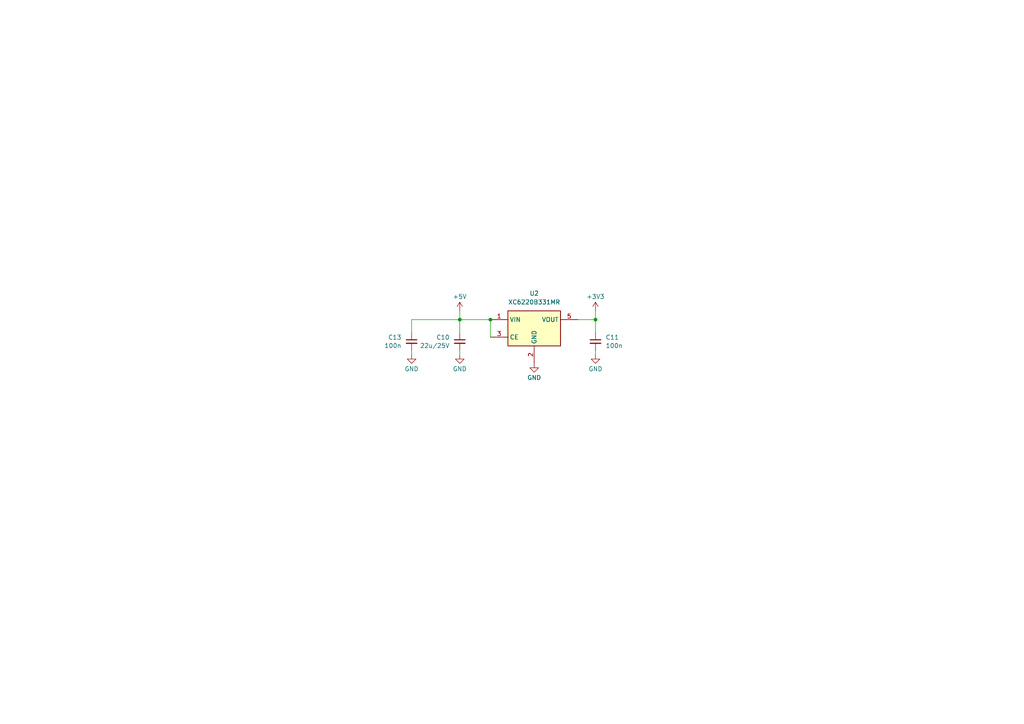
<source format=kicad_sch>
(kicad_sch (version 20250114) (generator "eeschema") (generator_version "9.0")
  (paper "A4")
  (title_block (title "Micro17 - OpenRTX on a Module for ICOM radios") (date "13.06.2025") (rev "A") (company "Wojciech SP5WWP, Mano ON6RF, Mutlu TA1MD et al.") (comment 1 "M17 Project, OpenRTX"))
  (lib_symbols
    (symbol "Device:C_Small" (pin_numbers (hide yes)) (pin_names (offset 0.254) (hide yes))
      (property "Reference" "C" (at 0.254 1.778 0))
      (property "Value" "C_Small" (at 0.254 -2.032 0))
      (symbol "C_Small_0_1"
        (polyline (pts (xy -1.524 0.508) (xy 1.524 0.508)) (stroke (width 0.3048)))
        (polyline (pts (xy -1.524 -0.508) (xy 1.524 -0.508)) (stroke (width 0.3302)))
      )
      (symbol "C_Small_1_1"
        (pin passive line (at 0 2.54 270) (length 2.032) (name "~") (number "1"))
        (pin passive line (at 0 -2.54 90) (length 2.032) (name "~") (number "2"))
      )
    )
    (symbol "Regulator_Linear:XC6220B331MR"
      (property "Reference" "U" (at 0 8.89 0))
      (property "Value" "XC6220B331MR" (at 0 6.35 0))
      (symbol "XC6220B331MR_0_1"
        (rectangle (start -7.62 5.08) (end 7.62 -5.08) (stroke (width 0.254)) (fill (type background)))
      )
      (symbol "XC6220B331MR_1_1"
        (pin power_in line (at -12.7 2.54 0) (length 5.08) (name "VIN") (number "1"))
        (pin input line (at -12.7 -2.54 0) (length 5.08) (name "CE") (number "3"))
        (pin power_in line (at 0 -10.16 90) (length 5.08) (name "GND") (number "2"))
        (pin no_connect line (at 7.62 -2.54 180) (length 5.08) (hide yes) (name "NC") (number "4"))
        (pin power_out line (at 12.7 2.54 180) (length 5.08) (name "VOUT") (number "5"))
      )
    )
    (symbol "power:+3V3" (power) (pin_names (offset 0))
      (property "Value" "+3V3" (at 0 3.556 0))
      (symbol "+3V3_0_1"
        (polyline (pts (xy -0.762 1.27) (xy 0 2.54)))
        (polyline (pts (xy 0 2.54) (xy 0.762 1.27)))
        (polyline (pts (xy 0 0) (xy 0 2.54)))
      )
      (symbol "+3V3_1_1"
        (pin power_in line (at 0 0 90) (length 0) (hide yes) (name "+3V3") (number "1"))
      )
    )
    (symbol "power:+5V" (power) (pin_names (offset 0))
      (property "Value" "+5V" (at 0 3.556 0))
      (symbol "+5V_0_1"
        (polyline (pts (xy -0.762 1.27) (xy 0 2.54)))
        (polyline (pts (xy 0 2.54) (xy 0.762 1.27)))
        (polyline (pts (xy 0 0) (xy 0 2.54)))
      )
      (symbol "+5V_1_1"
        (pin power_in line (at 0 0 90) (length 0) (hide yes) (name "+5V") (number "1"))
      )
    )
    (symbol "power:GND" (power) (pin_names (offset 0))
      (property "Value" "GND" (at 0 -3.81 0))
      (symbol "GND_0_1"
        (polyline (pts (xy 0 0) (xy 0 -1.27) (xy 1.27 -1.27) (xy 0 -2.54) (xy -1.27 -1.27) (xy 0 -1.27)))
      )
      (symbol "GND_1_1"
        (pin power_in line (at 0 0 270) (length 0) (hide yes) (name "GND") (number "1"))
      )
    )
  )
  (junction (at 133.35 92.71))
  (junction (at 172.72 92.71))
  (junction (at 142.24 92.71))
  (wire (pts (xy 172.72 92.71) (xy 172.72 90.17)))
  (wire (pts (xy 172.72 101.6) (xy 172.72 102.87)))
  (wire (pts (xy 142.24 92.71) (xy 142.24 97.79)))
  (wire (pts (xy 172.72 92.71) (xy 172.72 96.52)))
  (wire (pts (xy 133.35 101.6) (xy 133.35 102.87)))
  (wire (pts (xy 133.35 92.71) (xy 119.38 92.71)))
  (wire (pts (xy 167.64 92.71) (xy 172.72 92.71)))
  (wire (pts (xy 133.35 92.71) (xy 133.35 90.17)))
  (wire (pts (xy 133.35 92.71) (xy 133.35 96.52)))
  (wire (pts (xy 142.24 92.71) (xy 133.35 92.71)))
  (wire (pts (xy 119.38 101.6) (xy 119.38 102.87)))
  (wire (pts (xy 119.38 92.71) (xy 119.38 96.52)))
  (symbol (lib_id "Device:C_Small") (at 133.35 99.06 0) (mirror y) (unit 1)
    (property "Reference" "C10" (at 130.429 97.8479 0) (effects (justify left)))
    (property "Value" "22u/25V" (at 130.429 100.2721 0) (effects (justify left)))
    (property "Footprint" "Capacitor_SMD:C_0805_2012Metric" (effects (hide yes)))
    (property "MPN" "C45783" (effects (hide yes)))
    (property "LCSC" "C45783" (effects (hide yes)))
  )
  (symbol (lib_id "Regulator_Linear:XC6220B331MR") (at 154.94 95.25 0) (unit 1)
    (property "Reference" "U2" (at 154.94 85.09 0))
    (property "Value" "XC6220B331MR" (at 154.94 87.63 0))
    (property "Footprint" "Package_TO_SOT_SMD:SOT-23-5" (effects (hide yes)))
    (property "Datasheet" "https://www.torexsemi.com/file/xc6220/XC6220.pdf" (effects (hide yes)))
    (property "Description" "1A, Low Drop-out Voltage Regulator, Fixed Output 3.3V, SOT-23-5" (effects (hide yes)))
    (property "LCSC" "C3040644" (effects (hide yes)))
    (property "MPN" "C3040644" (effects (hide yes)))
  )
  (symbol (lib_id "Device:C_Small") (at 119.38 99.06 0) (mirror y) (unit 1)
    (property "Reference" "C13" (at 116.459 97.8479 0) (effects (justify left)))
    (property "Value" "100n" (at 116.459 100.2721 0) (effects (justify left)))
    (property "Footprint" "Capacitor_SMD:C_0402_1005Metric" (effects (hide yes)))
    (property "MPN" "C56392" (effects (hide yes)))
    (property "LCSC" "C56392" (effects (hide yes)))
  )
  (symbol (lib_id "power:GND") (at 133.35 102.87 0) (unit 1)
    (property "Reference" "#PWR020" (effects (hide yes)))
    (property "Value" "GND" (at 133.35 107.0031 0))
  )
  (symbol (lib_id "power:GND") (at 119.38 102.87 0) (unit 1)
    (property "Reference" "#PWR028" (effects (hide yes)))
    (property "Value" "GND" (at 119.38 107.0031 0))
  )
  (symbol (lib_id "power:GND") (at 172.72 102.87 0) (unit 1)
    (property "Reference" "#PWR023" (effects (hide yes)))
    (property "Value" "GND" (at 172.72 107.0031 0))
  )
  (symbol (lib_id "power:+3V3") (at 172.72 90.17 0) (unit 1)
    (property "Reference" "#PWR022" (effects (hide yes)))
    (property "Value" "+3V3" (at 172.72 86.0369 0))
  )
  (symbol (lib_id "Device:C_Small") (at 172.72 99.06 0) (unit 1)
    (property "Reference" "C11" (at 175.641 97.8479 0) (effects (justify left)))
    (property "Value" "100n" (at 175.641 100.2721 0) (effects (justify left)))
    (property "Footprint" "Capacitor_SMD:C_0402_1005Metric" (effects (hide yes)))
    (property "MPN" "C56392" (effects (hide yes)))
    (property "LCSC" "C56392" (effects (hide yes)))
  )
  (symbol (lib_id "power:GND") (at 154.94 105.41 0) (unit 1)
    (property "Reference" "#PWR021" (effects (hide yes)))
    (property "Value" "GND" (at 154.94 109.5431 0))
  )
  (symbol (lib_id "power:+5V") (at 133.35 90.17 0) (unit 1)
    (property "Reference" "#PWR019" (effects (hide yes)))
    (property "Value" "+5V" (at 133.35 86.0369 0))
  )
)
</source>
